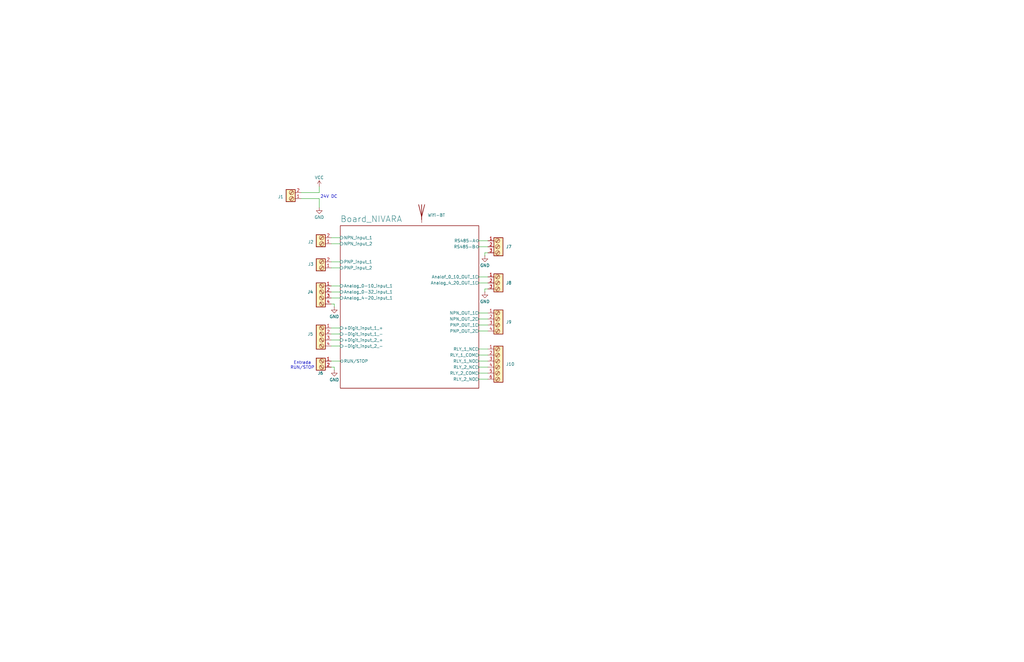
<source format=kicad_sch>
(kicad_sch (version 20250114) (generator "eeschema") (generator_version "9.0")
  (paper "B")
  (title_block (title "Nivara Controls") (date "6 / 6 / 25") (rev "1.0") (company "Electiva ITLA"))
  (lib_symbols
    (symbol "Device:Antenna" (pin_numbers (hide yes)) (pin_names (offset 1.016) (hide yes))
      (property "Reference" "AE" (at -1.905 1.905 0))
      (property "Value" "Antenna" (at -1.905 0 0))
      (symbol "Antenna_0_1"
        (polyline (pts (xy 0 2.54) (xy 0 -3.81)) (stroke (width 0.254)))
        (polyline (pts (xy 1.27 2.54) (xy 0 -2.54) (xy -1.27 2.54)) (stroke (width 0.254)))
      )
      (symbol "Antenna_1_1"
        (pin input line (at 0 -5.08 90) (length 2.54) (name "A") (number "1"))
      )
    )
    (symbol "PCM_SL_Screw_Terminal:Screw_Terminal_2_P5.00mm"
      (property "Reference" "J" (at 0 3.81 0))
      (property "Value" "Screw_Terminal_2_P5.00mm" (at 0 -3.81 0))
      (symbol "Screw_Terminal_2_P5.00mm_0_1"
        (rectangle (start -1.27 2.54) (end 2.54 -2.54) (stroke (width 0.3)) (fill (type background)))
        (polyline (pts (xy -0.254 0.508) (xy 1.016 1.778)))
        (polyline (pts (xy -0.254 -2.032) (xy 1.016 -0.762)))
        (polyline (pts (xy 0 1.27) (xy -0.508 0.762) (xy 0.762 2.032)))
        (polyline (pts (xy 0 -1.27) (xy -0.508 -1.778) (xy 0.762 -0.508)))
        (circle (center 0.254 1.27) (radius 0.9158))
        (circle (center 0.254 -1.27) (radius 0.9158))
      )
      (symbol "Screw_Terminal_2_P5.00mm_1_1"
        (pin passive line (at -3.81 1.27 0) (length 2.54) (name "") (number "1"))
        (pin passive line (at -3.81 -1.27 0) (length 2.54) (name "") (number "2"))
      )
    )
    (symbol "PCM_SL_Screw_Terminal:Screw_Terminal_3_P5.00mm"
      (property "Reference" "J" (at 0 5.842 0))
      (property "Value" "Screw_Terminal_3_P5.00mm" (at 1.27 -5.588 0))
      (symbol "Screw_Terminal_3_P5.00mm_0_1"
        (rectangle (start -1.27 3.81) (end 2.54 -3.81) (stroke (width 0.3)) (fill (type background)))
        (polyline (pts (xy -0.254 1.778) (xy 1.016 3.048)))
        (polyline (pts (xy -0.254 -0.762) (xy 1.016 0.508)))
        (polyline (pts (xy -0.254 -3.302) (xy 1.016 -2.032)))
        (polyline (pts (xy 0 2.54) (xy -0.508 2.032) (xy 0.762 3.302)))
        (polyline (pts (xy 0 0) (xy -0.508 -0.508) (xy 0.762 0.762)))
        (polyline (pts (xy 0 -2.54) (xy -0.508 -3.048) (xy 0.762 -1.778)))
        (circle (center 0.254 2.54) (radius 0.9158))
        (circle (center 0.254 0) (radius 0.9158))
        (circle (center 0.254 -2.54) (radius 0.9158))
      )
      (symbol "Screw_Terminal_3_P5.00mm_1_1"
        (pin passive line (at -3.81 2.54 0) (length 2.54) (name "") (number "1"))
        (pin passive line (at -3.81 0 0) (length 2.54) (name "") (number "2"))
        (pin passive line (at -3.81 -2.54 0) (length 2.54) (name "") (number "3"))
      )
    )
    (symbol "PCM_SL_Screw_Terminal:Screw_Terminal_4_P5.00mm"
      (property "Reference" "J" (at 0 6.35 0))
      (property "Value" "Screw_Terminal_4_P5.00mm" (at 1.27 -6.35 0))
      (symbol "Screw_Terminal_4_P5.00mm_0_1"
        (rectangle (start -1.27 5.08) (end 2.54 -5.08) (stroke (width 0.3)) (fill (type background)))
        (polyline (pts (xy -0.254 3.048) (xy 1.016 4.318)))
        (polyline (pts (xy -0.254 0.508) (xy 1.016 1.778)))
        (polyline (pts (xy -0.254 -2.032) (xy 1.016 -0.762)))
        (polyline (pts (xy -0.254 -4.572) (xy 1.016 -3.302)))
        (polyline (pts (xy 0 3.81) (xy -0.508 3.302) (xy 0.762 4.572)))
        (polyline (pts (xy 0 1.27) (xy -0.508 0.762) (xy 0.762 2.032)))
        (polyline (pts (xy 0 -1.27) (xy -0.508 -1.778) (xy 0.762 -0.508)))
        (polyline (pts (xy 0 -3.81) (xy -0.508 -4.318) (xy 0.762 -3.048)))
        (circle (center 0.254 3.81) (radius 0.9158))
        (circle (center 0.254 1.27) (radius 0.9158))
        (circle (center 0.254 -1.27) (radius 0.9158))
        (circle (center 0.254 -3.81) (radius 0.9158))
      )
      (symbol "Screw_Terminal_4_P5.00mm_1_1"
        (pin passive line (at -3.81 3.81 0) (length 2.54) (name "") (number "1"))
        (pin passive line (at -3.81 1.27 0) (length 2.54) (name "") (number "2"))
        (pin passive line (at -3.81 -1.27 0) (length 2.54) (name "") (number "3"))
        (pin passive line (at -3.81 -3.81 0) (length 2.54) (name "") (number "4"))
      )
    )
    (symbol "PCM_SL_Screw_Terminal:Screw_Terminal_6_P5.00mm"
      (property "Reference" "J" (at 0 8.89 0))
      (property "Value" "Screw_Terminal_6_P5.00mm" (at 1.27 -8.89 0))
      (symbol "Screw_Terminal_6_P5.00mm_0_1"
        (rectangle (start -1.27 7.62) (end 2.54 -7.62) (stroke (width 0.3)) (fill (type background)))
        (polyline (pts (xy -0.254 5.588) (xy 1.016 6.858)))
        (polyline (pts (xy -0.254 3.048) (xy 1.016 4.318)))
        (polyline (pts (xy -0.254 0.508) (xy 1.016 1.778)))
        (polyline (pts (xy -0.254 -2.032) (xy 1.016 -0.762)))
        (polyline (pts (xy -0.254 -4.572) (xy 1.016 -3.302)))
        (polyline (pts (xy -0.254 -7.112) (xy 1.016 -5.842)))
        (polyline (pts (xy 0 6.35) (xy -0.508 5.842) (xy 0.762 7.112)))
        (polyline (pts (xy 0 3.81) (xy -0.508 3.302) (xy 0.762 4.572)))
        (polyline (pts (xy 0 1.27) (xy -0.508 0.762) (xy 0.762 2.032)))
        (polyline (pts (xy 0 -1.27) (xy -0.508 -1.778) (xy 0.762 -0.508)))
        (polyline (pts (xy 0 -3.81) (xy -0.508 -4.318) (xy 0.762 -3.048)))
        (polyline (pts (xy 0 -6.35) (xy -0.508 -6.858) (xy 0.762 -5.588)))
        (circle (center 0.254 6.35) (radius 0.9158))
        (circle (center 0.254 3.81) (radius 0.9158))
        (circle (center 0.254 1.27) (radius 0.9158))
        (circle (center 0.254 -1.27) (radius 0.9158))
        (circle (center 0.254 -3.81) (radius 0.9158))
        (circle (center 0.254 -6.35) (radius 0.9158))
      )
      (symbol "Screw_Terminal_6_P5.00mm_1_1"
        (pin passive line (at -3.81 6.35 0) (length 2.54) (name "") (number "1"))
        (pin passive line (at -3.81 3.81 0) (length 2.54) (name "") (number "2"))
        (pin passive line (at -3.81 1.27 0) (length 2.54) (name "") (number "3"))
        (pin passive line (at -3.81 -1.27 0) (length 2.54) (name "") (number "4"))
        (pin passive line (at -3.81 -3.81 0) (length 2.54) (name "") (number "5"))
        (pin passive line (at -3.81 -6.35 0) (length 2.54) (name "") (number "6"))
      )
    )
    (symbol "power:GND" (power) (pin_numbers (hide yes)) (pin_names (offset 0) (hide yes))
      (property "Value" "GND" (at 0 -3.81 0))
      (symbol "GND_0_1"
        (polyline (pts (xy 0 0) (xy 0 -1.27) (xy 1.27 -1.27) (xy 0 -2.54) (xy -1.27 -1.27) (xy 0 -1.27)))
      )
      (symbol "GND_1_1"
        (pin power_in line (at 0 0 270) (length 0) (name "~") (number "1"))
      )
    )
    (symbol "power:VCC" (power) (pin_numbers (hide yes)) (pin_names (offset 0) (hide yes))
      (property "Value" "VCC" (at 0 3.556 0))
      (symbol "VCC_0_1"
        (polyline (pts (xy -0.762 1.27) (xy 0 2.54)))
        (polyline (pts (xy 0 2.54) (xy 0.762 1.27)))
        (polyline (pts (xy 0 0) (xy 0 2.54)))
      )
      (symbol "VCC_1_1"
        (pin power_in line (at 0 0 90) (length 0) (name "~") (number "1"))
      )
    )
  )
  (text "24V DC\n" (at 138.684 83.058 0) (effects (font (size 1.27 1.27))))
  (text "Entrada\nRUN/STOP\n" (at 127.508 154.178 0) (effects (font (size 1.27 1.27))))
  (wire (pts (xy 201.93 137.16) (xy 205.74 137.16)))
  (wire (pts (xy 139.7 140.97) (xy 143.51 140.97)))
  (wire (pts (xy 201.93 101.6) (xy 205.74 101.6)))
  (wire (pts (xy 204.47 121.92) (xy 204.47 123.19)))
  (wire (pts (xy 139.7 100.33) (xy 143.51 100.33)))
  (wire (pts (xy 205.74 106.68) (xy 204.47 106.68)))
  (wire (pts (xy 139.7 120.65) (xy 143.51 120.65)))
  (wire (pts (xy 127 81.28) (xy 134.62 81.28)))
  (wire (pts (xy 201.93 149.86) (xy 205.74 149.86)))
  (wire (pts (xy 139.7 143.51) (xy 143.51 143.51)))
  (wire (pts (xy 140.97 128.27) (xy 140.97 129.54)))
  (wire (pts (xy 201.93 157.48) (xy 205.74 157.48)))
  (wire (pts (xy 201.93 132.08) (xy 205.74 132.08)))
  (wire (pts (xy 139.7 113.03) (xy 143.51 113.03)))
  (wire (pts (xy 201.93 152.4) (xy 205.74 152.4)))
  (wire (pts (xy 201.93 139.7) (xy 205.74 139.7)))
  (wire (pts (xy 139.7 152.4) (xy 143.51 152.4)))
  (wire (pts (xy 205.74 121.92) (xy 204.47 121.92)))
  (wire (pts (xy 139.7 123.19) (xy 143.51 123.19)))
  (wire (pts (xy 140.97 154.94) (xy 140.97 156.21)))
  (wire (pts (xy 201.93 104.14) (xy 205.74 104.14)))
  (wire (pts (xy 201.93 116.84) (xy 205.74 116.84)))
  (wire (pts (xy 139.7 110.49) (xy 143.51 110.49)))
  (wire (pts (xy 201.93 160.02) (xy 205.74 160.02)))
  (wire (pts (xy 139.7 128.27) (xy 140.97 128.27)))
  (wire (pts (xy 201.93 147.32) (xy 205.74 147.32)))
  (wire (pts (xy 134.62 83.82) (xy 134.62 87.63)))
  (wire (pts (xy 139.7 138.43) (xy 143.51 138.43)))
  (wire (pts (xy 201.93 119.38) (xy 205.74 119.38)))
  (wire (pts (xy 139.7 146.05) (xy 143.51 146.05)))
  (wire (pts (xy 140.97 154.94) (xy 139.7 154.94)))
  (wire (pts (xy 201.93 154.94) (xy 205.74 154.94)))
  (wire (pts (xy 134.62 81.28) (xy 134.62 78.74)))
  (wire (pts (xy 204.47 106.68) (xy 204.47 107.95)))
  (wire (pts (xy 201.93 134.62) (xy 205.74 134.62)))
  (wire (pts (xy 139.7 125.73) (xy 143.51 125.73)))
  (wire (pts (xy 127 83.82) (xy 134.62 83.82)))
  (wire (pts (xy 139.7 102.87) (xy 143.51 102.87)))
  (symbol (lib_id "PCM_SL_Screw_Terminal:Screw_Terminal_2_P5.00mm") (at 135.89 111.76 180) (unit 1)
    (property "Reference" "J3" (at 131.064 111.506 0))
    (property "Value" "Screw_Terminal_2_P5.00mm" (effects (hide yes)))
    (property "Footprint" "TerminalBlock_Phoenix:TerminalBlock_Phoenix_PT-1,5-2-5.0-H_1x02_P5.00mm_Horizontal" (effects (hide yes)))
  )
  (symbol (lib_id "PCM_SL_Screw_Terminal:Screw_Terminal_3_P5.00mm") (at 209.55 104.14 0) (unit 1)
    (property "Reference" "J7" (at 213.36 104.1399 0) (effects (justify left)))
    (property "Value" "Screw_Terminal_3_P5.00mm" (effects (hide yes)))
    (property "Footprint" "TerminalBlock_Phoenix:TerminalBlock_Phoenix_PT-1,5-3-5.0-H_1x03_P5.00mm_Horizontal" (effects (hide yes)))
  )
  (symbol (lib_id "power:GND") (at 204.47 107.95 0) (unit 1)
    (property "Reference" "#PWR06" (effects (hide yes)))
    (property "Value" "GND" (at 204.47 112.014 0))
    (property "Description" "Power symbol creates a global label with name \"GND\" , ground" (effects (hide yes)))
  )
  (symbol (lib_id "Device:Antenna") (at 177.8 88.9 0) (unit 1) (on_board no)
    (property "Reference" "AE1" (effects (hide yes)))
    (property "Value" "Wifi-BT" (at 180.34 90.8049 0) (effects (justify left)))
    (property "Description" "Antenna" (effects (hide yes)))
  )
  (symbol (lib_id "power:GND") (at 134.62 87.63 0) (unit 1)
    (property "Reference" "#PWR01" (effects (hide yes)))
    (property "Value" "GND" (at 134.62 91.694 0))
    (property "Description" "Power symbol creates a global label with name \"GND\" , ground" (effects (hide yes)))
  )
  (symbol (lib_id "power:GND") (at 140.97 156.21 0) (unit 1)
    (property "Reference" "#PWR05" (effects (hide yes)))
    (property "Value" "GND" (at 140.97 160.274 0))
    (property "Description" "Power symbol creates a global label with name \"GND\" , ground" (effects (hide yes)))
  )
  (symbol (lib_id "PCM_SL_Screw_Terminal:Screw_Terminal_4_P5.00mm") (at 209.55 135.89 0) (unit 1)
    (property "Reference" "J9" (at 213.36 135.8899 0) (effects (justify left)))
    (property "Value" "Screw_Terminal_4_P5.00mm" (effects (hide yes)))
    (property "Footprint" "TerminalBlock_Phoenix:TerminalBlock_Phoenix_PT-1,5-4-5.0-H_1x04_P5.00mm_Horizontal" (effects (hide yes)))
  )
  (symbol (lib_id "power:GND") (at 204.47 123.19 0) (unit 1)
    (property "Reference" "#PWR07" (effects (hide yes)))
    (property "Value" "GND" (at 204.47 127.254 0))
    (property "Description" "Power symbol creates a global label with name \"GND\" , ground" (effects (hide yes)))
  )
  (symbol (lib_id "PCM_SL_Screw_Terminal:Screw_Terminal_2_P5.00mm") (at 135.89 153.67 0) (mirror y) (unit 1)
    (property "Reference" "J6" (at 135.128 157.48 0))
    (property "Value" "Screw_Terminal_2_P5.00mm" (effects (hide yes)))
    (property "Footprint" "TerminalBlock_Phoenix:TerminalBlock_Phoenix_PT-1,5-2-5.0-H_1x02_P5.00mm_Horizontal" (effects (hide yes)))
  )
  (symbol (lib_id "PCM_SL_Screw_Terminal:Screw_Terminal_3_P5.00mm") (at 209.55 119.38 0) (unit 1)
    (property "Reference" "J8" (at 213.36 119.3799 0) (effects (justify left)))
    (property "Value" "Screw_Terminal_3_P5.00mm" (effects (hide yes)))
    (property "Footprint" "TerminalBlock_Phoenix:TerminalBlock_Phoenix_PT-1,5-3-5.0-H_1x03_P5.00mm_Horizontal" (effects (hide yes)))
  )
  (symbol (lib_id "PCM_SL_Screw_Terminal:Screw_Terminal_4_P5.00mm") (at 135.89 124.46 0) (mirror y) (unit 1)
    (property "Reference" "J4" (at 132.08 123.1899 0) (effects (justify left)))
    (property "Value" "Screw_Terminal_4_P5.00mm" (effects (hide yes)))
    (property "Footprint" "TerminalBlock_Phoenix:TerminalBlock_Phoenix_PT-1,5-4-5.0-H_1x04_P5.00mm_Horizontal" (effects (hide yes)))
  )
  (symbol (lib_id "power:VCC") (at 134.62 78.74 0) (unit 1)
    (property "Reference" "#PWR02" (effects (hide yes)))
    (property "Value" "VCC" (at 134.62 74.93 0))
    (property "Description" "Power symbol creates a global label with name \"VCC\"" (effects (hide yes)))
  )
  (symbol (lib_id "PCM_SL_Screw_Terminal:Screw_Terminal_6_P5.00mm") (at 209.55 153.67 0) (unit 1)
    (property "Reference" "J10" (at 213.36 153.6699 0) (effects (justify left)))
    (property "Value" "Screw_Terminal_6_P5.00mm" (effects (hide yes)))
    (property "Footprint" "TerminalBlock_Phoenix:TerminalBlock_Phoenix_PT-1,5-6-5.0-H_1x06_P5.00mm_Horizontal" (effects (hide yes)))
  )
  (symbol (lib_id "PCM_SL_Screw_Terminal:Screw_Terminal_2_P5.00mm") (at 135.89 101.6 180) (unit 1)
    (property "Reference" "J2" (at 131.064 102.108 0))
    (property "Value" "Screw_Terminal_2_P5.00mm" (effects (hide yes)))
    (property "Footprint" "TerminalBlock_Phoenix:TerminalBlock_Phoenix_PT-1,5-2-5.0-H_1x02_P5.00mm_Horizontal" (effects (hide yes)))
  )
  (symbol (lib_id "power:GND") (at 140.97 129.54 0) (unit 1)
    (property "Reference" "#PWR04" (effects (hide yes)))
    (property "Value" "GND" (at 140.97 133.604 0))
    (property "Description" "Power symbol creates a global label with name \"GND\" , ground" (effects (hide yes)))
  )
  (symbol (lib_id "PCM_SL_Screw_Terminal:Screw_Terminal_4_P5.00mm") (at 135.89 142.24 0) (mirror y) (unit 1)
    (property "Reference" "J5" (at 132.08 140.9699 0) (effects (justify left)))
    (property "Value" "Screw_Terminal_4_P5.00mm" (effects (hide yes)))
    (property "Footprint" "TerminalBlock_Phoenix:TerminalBlock_Phoenix_PT-1,5-4-5.0-H_1x04_P5.00mm_Horizontal" (effects (hide yes)))
  )
  (symbol (lib_id "PCM_SL_Screw_Terminal:Screw_Terminal_2_P5.00mm") (at 123.19 82.55 180) (unit 1)
    (property "Reference" "J1" (at 118.364 83.058 0))
    (property "Value" "Screw_Terminal_2_P5.00mm" (effects (hide yes)))
    (property "Footprint" "TerminalBlock_Phoenix:TerminalBlock_Phoenix_PT-1,5-2-5.0-H_1x02_P5.00mm_Horizontal" (effects (hide yes)))
  )
  (sheet (at 143.51 95.25) (size 58.42 68.58) (stroke (width 0.1524))
    (property "Sheetname" "Board_NIVARA" (at 143.51 93.9034 0) (effects (font (size 2.54 2.54)) (justify left bottom)))
    (property "Sheetfile" "Placa_Nivara.kicad_sch" (effects (hide yes)))
    (pin "Analof_0_10_OUT_1" output (at 201.93 116.84 0))
    (pin "Analog_0-10_input_1" input (at 143.51 120.65 180))
    (pin "Analog_0-32_input_1" input (at 143.51 123.19 180))
    (pin "Analog_4-20_input_1" input (at 143.51 125.73 180))
    (pin "Analog_4_20_OUT_1" output (at 201.93 119.38 0))
    (pin "NPN_input_1" input (at 143.51 100.33 180))
    (pin "NPN_input_2" input (at 143.51 102.87 180))
    (pin "PNP_input_1" input (at 143.51 110.49 180))
    (pin "PNP_input_2" input (at 143.51 113.03 180))
    (pin "RLY_1_COM" output (at 201.93 149.86 0))
    (pin "RLY_1_NC" output (at 201.93 147.32 0))
    (pin "RLY_1_NO" output (at 201.93 152.4 0))
    (pin "RLY_2_COM" output (at 201.93 157.48 0))
    (pin "RLY_2_NC" output (at 201.93 154.94 0))
    (pin "RLY_2_NO" output (at 201.93 160.02 0))
    (pin "RS485-A" bidirectional (at 201.93 101.6 0))
    (pin "RS485-B" bidirectional (at 201.93 104.14 0))
    (pin "RUN{slash}STOP" bidirectional (at 143.51 152.4 180))
    (pin "NPN_OUT_1" output (at 201.93 132.08 0))
    (pin "NPN_OUT_2" output (at 201.93 134.62 0))
    (pin "PNP_OUT_1" output (at 201.93 137.16 0))
    (pin "PNP_OUT_2" output (at 201.93 139.7 0))
    (pin "+Digit_input_1_+" input (at 143.51 138.43 180))
    (pin "+Digit_input_2_+" input (at 143.51 143.51 180))
    (pin "-Digit_input_1_-" input (at 143.51 140.97 180))
    (pin "-Digit_input_2_-" input (at 143.51 146.05 180))
  )
)
</source>
